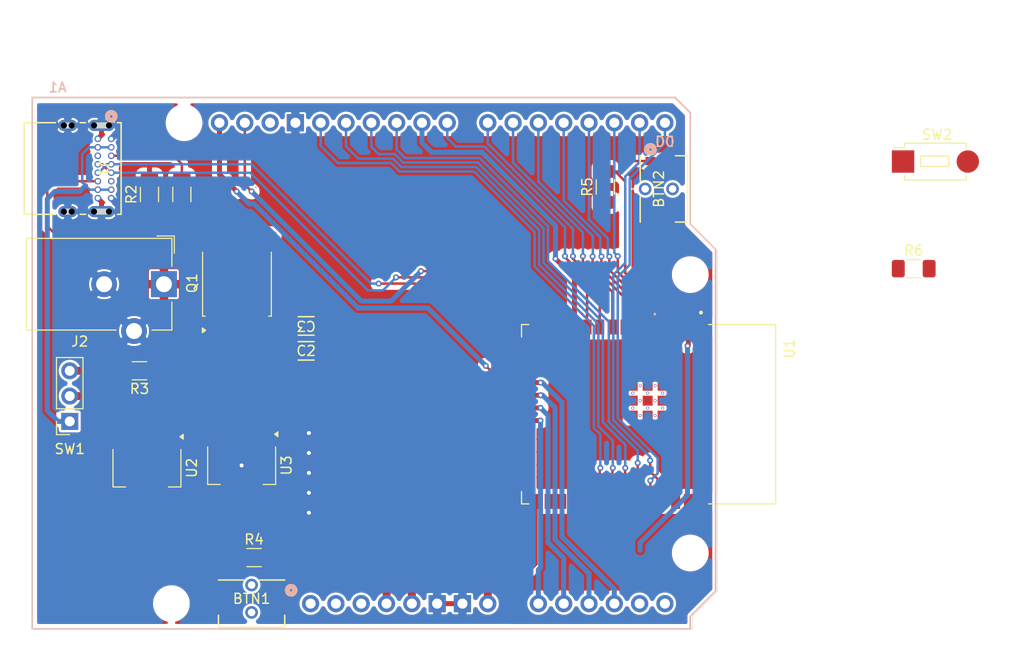
<source format=kicad_pcb>
(kicad_pcb (version 20240108) (generator "pcbnew") (generator_version "8.0")
  (layers (0 "F.Cu" signal) (31 "B.Cu" signal) (34 "B.Paste" user) (35 "F.Paste" user) (36 "B.SilkS" user "B.Silkscreen") (37 "F.SilkS" user "F.Silkscreen") (38 "B.Mask" user) (39 "F.Mask" user) (44 "Edge.Cuts" user))
  (net 0 "")
  (net 3 "+5V")
  (net 4 "+3V3")
  (net 6 "/GPIO7")
  (net 7 "/GPIO4")
  (net 8 "/USB_D+")
  (net 10 "/GPIO38")
  (net 11 "/GPIO3")
  (net 12 "/GPIO40")
  (net 13 "/GPIO39")
  (net 14 "/GPIO16")
  (net 15 "/GPIO21")
  (net 16 "/GPIO45")
  (net 17 "/A0")
  (net 18 "/GPIO17")
  (net 19 "/GPIO6")
  (net 21 "/GPIO14")
  (net 22 "/GPIO48")
  (net 23 "/A3")
  (net 24 "/GPIO42")
  (net 25 "/GPIO1")
  (net 26 "/GPIO0")
  (net 27 "/GPIO18")
  (net 28 "/GPIO15")
  (net 30 "/GPIO41")
  (net 31 "/GPIO5")
  (net 32 "/GPIO47")
  (net 33 "/A1")
  (net 34 "/GPIO2")
  (net 35 "/GPIO46")
  (net 36 "/~{RESET}")
  (net 37 "/A2")
  (net 38 "/USB_D-")
  (net 39 "GND")
  (net 40 "/VUSB")
  (net 42 "/CC1")
  (net 43 "/CC2")
  (net 45 "/G")
  (net 46 "VIN")
  (net 47 "VCC")
  (net 48 "/A4")
  (net 49 "/A5")
  (net 50 "/TX")
  (net 51 "/RX")
  (net 52 "/SDA")
  (net 53 "/SCL")
  (net 54 "VDC")
  (net 55 "/3V3")
  (footprint "Alexander Footprint Library:CAP_CL31_SAM" (layer "F.Cu") (at 137.472199 125)
    (property "Reference" "C2")
    (property "Value" "10uF")
  )
  (footprint "Package TO SOT SMD:TO-252-2" (layer "F.Cu") (at 130.53 118.21 90)
    (property "Reference" "Q1")
    (property "Value" "DMP6180SK3")
  )
  (footprint "Alexander Footprint Library:SW_PUSH_6x3.5mm" (layer "F.Cu") (at 197.38 106)
    (property "Reference" "SW2")
    (property "Value" "SW_Push_SMD_6x3.5")
  )
  (footprint "Resistor_SMD:R_1206_3216Metric_Pad1.30x1.75mm_HandSolder" (layer "F.Cu") (at 167.5 108.55 90)
    (property "Reference" "R5")
    (property "Value" "10k")
  )
  (footprint "Alexander Footprint Library:USB-C_GCT CONN16_USB4085-GF-A" (layer "F.Cu") (at 117.917566 103.724444 -90)
    (property "Reference" "J1")
    (property "Value" "USB-C_Receptacle_Data_16P_GCT-USB4085")
    (fp_line (start -1.349985 4.7587) (end -1.349985 3.9713) (stroke (width 0.6096)) (layer "Edge.Cuts"))
    (fp_line (start 7.299985 4.7587) (end 7.299985 3.9713) (stroke (width 0.6096)) (layer "Edge.Cuts"))
    (fp_line (start -1.35 1.729301) (end -1.35 0.230701) (stroke (width 0.6096)) (layer "Edge.Cuts"))
    (fp_line (start 7.299985 1.7293) (end 7.299985 0.2307) (stroke (width 0.6096)) (layer "Edge.Cuts"))
  )
  (footprint "Alexander Footprint Library:Arduino Uno" (layer "F.Cu") (at 109.982 152.908)
    (property "Reference" "A1")
    (property "Value" "Arduino_Uno_WiFi_R2_Shield")
    (fp_line (start 0 -53.25) (end 64.5 -53.25) (stroke (width 0.05)) (layer "Edge.Cuts"))
    (fp_line (start 0 0) (end 0 -53.25) (stroke (width 0.05)) (layer "Edge.Cuts"))
    (fp_line (start 64.5 -53.25) (end 66 -51.75) (stroke (width 0.05)) (layer "Edge.Cuts"))
    (fp_line (start 66 -51.75) (end 66 -40.75) (stroke (width 0.05)) (layer "Edge.Cuts"))
    (fp_line (start 66 -40.75) (end 68.75 -38) (stroke (width 0.05)) (layer "Edge.Cuts"))
    (fp_line (start 66.25 -1.25) (end 66.25 0) (stroke (width 0.05)) (layer "Edge.Cuts"))
    (fp_line (start 66.25 0) (end 0 0) (stroke (width 0.05)) (layer "Edge.Cuts"))
    (fp_line (start 68.75 -38) (end 68.75 -3.75) (stroke (width 0.05)) (layer "Edge.Cuts"))
    (fp_line (start 68.75 -3.75) (end 66.25 -1.25) (stroke (width 0.05)) (layer "Edge.Cuts"))
  )
  (footprint "Package TO SOT SMD:SOT-223" (layer "F.Cu") (at 131 136.5 -90)
    (property "Reference" "U3")
    (property "Value" "AMS1117-5V")
  )
  (footprint "Resistor_SMD:R_1206_3216Metric_Pad1.30x1.75mm_HandSolder" (layer "F.Cu") (at 198.45 116.75)
    (property "Reference" "R6")
    (property "Value" "2K2")
  )
  (footprint "Resistor_SMD:R_1206_3216Metric_Pad1.30x1.75mm_HandSolder" (layer "F.Cu") (at 125 109.3 -90)
    (property "Reference" "R1" (hide yes))
    (property "Value" "5K1")
  )
  (footprint "PinSocker 2.54mm:PinSocket_1x03_P2.54mm_Vertical" (layer "F.Cu") (at 113.75 132.08 180)
    (property "Reference" "SW1")
    (property "Value" "SW_SPDT")
  )
  (footprint "Package TO SOT SMD:SOT-223" (layer "F.Cu") (at 121.5 136.75 -90)
    (property "Reference" "U2")
    (property "Value" "LM1117MP-3.3")
  )
  (footprint "Resistor_SMD:R_1206_3216Metric_Pad1.30x1.75mm_HandSolder" (layer "F.Cu") (at 132.25 145.75)
    (property "Reference" "R4")
    (property "Value" "10k")
  )
  (footprint "Connector_BarrelJacks:BarrelJack_CUI_PJ-102AH_Horizontal" (layer "F.Cu") (at 123.2 118.31 -90)
    (property "Reference" "J2")
    (property "Value" "Barrel_Jack_Switch")
  )
  (footprint "Alexander Footprint Library:Button-Tacktile-TL1014BF160" (layer "F.Cu") (at 173.372899 108.75 90)
    (property "Reference" "BTN2")
    (property "Value" "SW_Push_SMD_6x3.5")
  )
  (footprint "Alexander Footprint Library:CAP_CL31_SAM" (layer "F.Cu") (at 137.472199 122.5 180)
    (property "Reference" "C3")
    (property "Value" "1uF")
  )
  (footprint "Resistor_SMD:R_1206_3216Metric_Pad1.30x1.75mm_HandSolder" (layer "F.Cu") (at 121.75 109.3 90)
    (property "Reference" "R2")
    (property "Value" "5K1")
  )
  (footprint "Alexander Footprint Library:Button-Tacktile-TL1014BF160" (layer "F.Cu") (at 132 150.372899)
    (property "Reference" "BTN1")
    (property "Value" "SW_Push_SMD_6x3.5")
  )
  (footprint "Resistor_SMD:R_1206_3216Metric_Pad1.30x1.75mm_HandSolder" (layer "F.Cu") (at 120.75 127 180)
    (property "Reference" "R3")
    (property "Value" "10k")
  )
  (footprint "Alexander Footprint Library:ESP32-S3-WROOM-2-N32R8V" (layer "F.Cu") (at 171.84 131.36 -90)
    (property "Reference" "U1")
    (property "Value" "ESP32-S3-WROOM-1")
  )
  (segment (start 131 131) (end 131.75 130.25) (width 0.8) (layer "F.Cu") (net 3))
  (segment (start 131.75 130.25) (end 143.75 130.25) (width 0.8) (layer "F.Cu") (net 3))
  (segment (start 131 133.35) (end 131 131) (width 0.8) (layer "F.Cu") (net 3))
  (segment (start 148.082 134.582) (end 148.082 150.368) (width 0.8) (layer "F.Cu") (net 3))
  (segment (start 143.75 130.25) (end 148.082 134.582) (width 0.8) (layer "F.Cu") (net 3))
  (segment (start 126.25 137.75) (end 126.25 142.25) (width 0.8) (layer "F.Cu") (net 4))
  (segment (start 130 143.5) (end 144.25 143.5) (width 0.8) (layer "F.Cu") (net 4))
  (segment (start 121.5 133.6) (end 121.5 135.5) (width 0.8) (layer "F.Cu") (net 4))
  (segment (start 130.7 145.75) (end 130.7 144.2) (width 0.25) (layer "F.Cu") (net 4))
  (segment (start 175.83 122.61) (end 175.83 124.42) (width 0.5) (layer "F.Cu") (net 4))
  (segment (start 127.5 143.5) (end 130 143.5) (width 0.8) (layer "F.Cu") (net 4))
  (segment (start 125 136.5) (end 126.25 137.75) (width 0.8) (layer "F.Cu") (net 4))
  (segment (start 126.25 142.25) (end 127.5 143.5) (width 0.8) (layer "F.Cu") (net 4))
  (segment (start 144.25 143.5) (end 145.542 144.792) (width 0.8) (layer "F.Cu") (net 4))
  (segment (start 175.83 124.42) (end 175.75 124.5) (width 0.5) (layer "F.Cu") (net 4))
  (segment (start 130.7 144.2) (end 130 143.5) (width 0.25) (layer "F.Cu") (net 4))
  (segment (start 121.5 135.5) (end 122.5 136.5) (width 0.8) (layer "F.Cu") (net 4))
  (segment (start 145.542 144.792) (end 145.542 150.368) (width 0.8) (layer "F.Cu") (net 4))
  (segment (start 122.5 136.5) (end 125 136.5) (width 0.8) (layer "F.Cu") (net 4))
  (via (at 175.75 124.5) (size 0.6) (drill 0.3) (layers "F.Cu" "B.Cu") (net 4))
  (segment (start 175.75 139.5) (end 171 144.25) (width 0.5) (layer "B.Cu") (net 4))
  (segment (start 175.75 124.5) (end 175.75 139.5) (width 0.5) (layer "B.Cu") (net 4))
  (segment (start 171 144.25) (end 171 145) (width 0.5) (layer "B.Cu") (net 4))
  (segment (start 166.224101 115.525899) (end 166.224101 116.462705) (width 0.25) (layer "F.Cu") (net 6))
  (segment (start 166.224101 116.462705) (end 169.48 119.718604) (width 0.25) (layer "F.Cu") (net 6))
  (segment (start 169.48 119.718604) (end 169.48 122.61) (width 0.25) (layer "F.Cu") (net 6))
  (via (at 166.224101 115.525899) (size 0.6) (drill 0.3) (layers "F.Cu" "B.Cu") (net 6))
  (segment (start 166.25 113.477208) (end 160.782 108.009208) (width 0.25) (layer "B.Cu") (net 6))
  (segment (start 166.224101 115.525899) (end 166.25 115.5) (width 0.25) (layer "B.Cu") (net 6))
  (segment (start 166.25 115.5) (end 166.25 113.477208) (width 0.25) (layer "B.Cu") (net 6))
  (segment (start 160.782 108.009208) (end 160.782 102.108) (width 0.25) (layer "B.Cu") (net 6))
  (segment (start 168.75 117.079416) (end 168.75 115.5) (width 0.25) (layer "F.Cu") (net 7))
  (segment (start 173.29 120.176396) (end 172.431802 119.318198) (width 0.25) (layer "F.Cu") (net 7))
  (segment (start 172.431802 119.318198) (end 170.988782 119.318198) (width 0.25) (layer "F.Cu") (net 7))
  (segment (start 170.988782 119.318198) (end 168.75 117.079416) (width 0.25) (layer "F.Cu") (net 7))
  (segment (start 173.29 122.61) (end 173.29 120.176396) (width 0.25) (layer "F.Cu") (net 7))
  (via (at 168.75 115.5) (size 0.6) (drill 0.3) (layers "F.Cu" "B.Cu") (net 7))
  (segment (start 168.402 102.108) (end 168.402 115.152) (width 0.25) (layer "B.Cu") (net 7))
  (segment (start 168.402 115.152) (end 168.75 115.5) (width 0.25) (layer "B.Cu") (net 7))
  (segment (start 144.75 118.25) (end 158 118.25) (width 0.25) (layer "F.Cu") (net 8))
  (segment (start 158 118.25) (end 160.59 120.84) (width 0.25) (layer "F.Cu") (net 8))
  (segment (start 160.59 120.84) (end 160.59 122.61) (width 0.25) (layer "F.Cu") (net 8))
  (via (at 144.75 118.25) (size 0.6) (drill 0.3) (layers "F.Cu" "B.Cu") (net 8))
  (segment (start 117.494159 106.274444) (end 116.644158 107.124445) (width 0.25) (layer "B.Cu") (net 8))
  (segment (start 144.75 118.25) (end 144 118.25) (width 0.25) (layer "B.Cu") (net 8))
  (segment (start 132.024444 106.274444) (end 117.917566 106.274444) (width 0.25) (layer "B.Cu") (net 8))
  (segment (start 116.644158 107.124445) (end 116.567566 107.124445) (width 0.25) (layer "B.Cu") (net 8))
  (segment (start 144 118.25) (end 132.024444 106.274444) (width 0.25) (layer "B.Cu") (net 8))
  (segment (start 117.917566 106.274444) (end 117.494159 106.274444) (width 0.25) (layer "B.Cu") (net 8))
  (segment (start 168.21 140.11) (end 168.21 136.79) (width 0.25) (layer "F.Cu") (net 12))
  (segment (start 168.21 136.79) (end 168.25 136.75) (width 0.25) (layer "F.Cu") (net 12))
  (via (at 168.25 136.75) (size 0.6) (drill 0.3) (layers "F.Cu" "B.Cu") (net 12))
  (segment (start 166.8 122.3) (end 160.85 116.35) (width 0.25) (layer "B.Cu") (net 12))
  (segment (start 168.25 136.75) (end 168.25 134) (width 0.25) (layer "B.Cu") (net 12))
  (segment (start 160.85 116.35) (end 160.85 112.885532) (width 0.25) (layer "B.Cu") (net 12))
  (segment (start 146.177208 105.7) (end 142.7 105.7) (width 0.25) (layer "B.Cu") (net 12))
  (segment (start 154.514468 106.55) (end 147.027208 106.55) (width 0.25) (layer "B.Cu") (net 12))
  (segment (start 141.478 104.478) (end 141.478 102.108) (width 0.25) (layer "B.Cu") (net 12))
  (segment (start 166.8 132.55) (end 166.8 122.3) (width 0.25) (layer "B.Cu") (net 12))
  (segment (start 147.027208 106.55) (end 146.177208 105.7) (width 0.25) (layer "B.Cu") (net 12))
  (segment (start 168.25 134) (end 166.8 132.55) (width 0.25) (layer "B.Cu") (net 12))
  (segment (start 160.85 112.885532) (end 154.514468 106.55) (width 0.25) (layer "B.Cu") (net 12))
  (segment (start 142.7 105.7) (end 141.478 104.478) (width 0.25) (layer "B.Cu") (net 12))
  (segment (start 166.94 140.11) (end 166.94 136.81) (width 0.25) (layer "F.Cu") (net 13))
  (segment (start 166.94 136.81) (end 167 136.75) (width 0.25) (layer "F.Cu") (net 13))
  (via (at 167 136.75) (size 0.6) (drill 0.3) (layers "F.Cu" "B.Cu") (net 13))
  (segment (start 166.35 132.736396) (end 166.35 122.486396) (width 0.25) (layer "B.Cu") (net 13))
  (segment (start 166.35 122.486396) (end 160.4 116.536396) (width 0.25) (layer "B.Cu") (net 13))
  (segment (start 140.65 106.15) (end 138.938 104.438) (width 0.25) (layer "B.Cu") (net 13))
  (segment (start 160.4 113.071928) (end 154.328072 107) (width 0.25) (layer "B.Cu") (net 13))
  (segment (start 138.938 104.438) (end 138.938 102.108) (width 0.25) (layer "B.Cu") (net 13))
  (segment (start 167 133.386396) (end 166.35 132.736396) (width 0.25) (layer "B.Cu") (net 13))
  (segment (start 145.990812 106.15) (end 140.65 106.15) (width 0.25) (layer "B.Cu") (net 13))
  (segment (start 146.840812 107) (end 145.990812 106.15) (width 0.25) (layer "B.Cu") (net 13))
  (segment (start 167 136.75) (end 167 133.386396) (width 0.25) (layer "B.Cu") (net 13))
  (segment (start 154.328072 107) (end 146.840812 107) (width 0.25) (layer "B.Cu") (net 13))
  (segment (start 160.4 116.536396) (end 160.4 113.071928) (width 0.25) (layer "B.Cu") (net 13))
  (segment (start 166.94 118.451396) (end 165.244302 116.755698) (width 0.25) (layer "F.Cu") (net 14))
  (segment (start 164.25 115.761396) (end 164.25 115.5) (width 0.25) (layer "F.Cu") (net 14))
  (segment (start 166.94 122.61) (end 166.94 118.451396) (width 0.25) (layer "F.Cu") (net 14))
  (segment (start 165.244302 116.755698) (end 164.25 115.761396) (width 0.25) (layer "F.Cu") (net 14))
  (via (at 164.25 115.5) (size 0.6) (drill 0.3) (layers "F.Cu" "B.Cu") (net 14))
  (segment (start 164.25 115.5) (end 164.25 112.75) (width 0.25) (layer "B.Cu") (net 14))
  (segment (start 164.25 112.75) (end 155.702 104.202) (width 0.25) (layer "B.Cu") (net 14))
  (segment (start 155.702 104.202) (end 155.702 102.108) (width 0.25) (layer "B.Cu") (net 14))
  (segment (start 160.995 131.995) (end 159.34 131.995) (width 0.5) (layer "F.Cu") (net 17))
  (via (at 160.995 131.995) (size 0.6) (drill 0.3) (layers "F.Cu" "B.Cu") (net 17))
  (segment (start 161 146.75) (end 160.782 146.968) (width 0.5) (layer "B.Cu") (net 17))
  (segment (start 161 132) (end 161 146.75) (width 0.5) (layer "B.Cu") (net 17))
  (segment (start 160.782 146.968) (end 160.782 150.368) (width 0.5) (layer "B.Cu") (net 17))
  (segment (start 160.995 131.995) (end 161 132) (width 0.5) (layer "B.Cu") (net 17))
  (segment (start 165.67 122.61) (end 165.67 117.817792) (width 0.25) (layer "F.Cu") (net 18))
  (segment (start 163.449997 115.597789) (end 163.449997 115.5) (width 0.25) (layer "F.Cu") (net 18))
  (segment (start 165.67 117.817792) (end 163.449997 115.597789) (width 0.25) (layer "F.Cu") (net 18))
  (via (at 163.449997 115.5) (size 0.6) (drill 0.3) (layers "F.Cu" "B.Cu") (net 18))
  (segment (start 163.449997 115.5) (end 163.449997 112.586393) (width 0.25) (layer "B.Cu") (net 18))
  (segment (start 155.363604 104.5) (end 152.5 104.5) (width 0.25) (layer "B.Cu") (net 18))
  (segment (start 163.449997 112.586393) (end 155.363604 104.5) (width 0.25) (layer "B.Cu") (net 18))
  (segment (start 152.5 104.5) (end 151.638 103.638) (width 0.25) (layer "B.Cu") (net 18))
  (segment (start 151.638 103.638) (end 151.638 102.108) (width 0.25) (layer "B.Cu") (net 18))
  (segment (start 167.106801 115.52604) (end 167.106801 116.709009) (width 0.25) (layer "F.Cu") (net 19))
  (segment (start 167.106801 116.709009) (end 170.75 120.352208) (width 0.25) (layer "F.Cu") (net 19))
  (segment (start 170.75 120.352208) (end 170.75 122.61) (width 0.25) (layer "F.Cu") (net 19))
  (via (at 167.106801 115.52604) (size 0.6) (drill 0.3) (layers "F.Cu" "B.Cu") (net 19))
  (segment (start 167 115.419239) (end 167 113.590812) (width 0.25) (layer "B.Cu") (net 19))
  (segment (start 163.322 109.912812) (end 163.322 102.108) (width 0.25) (layer "B.Cu") (net 19))
  (segment (start 167.106801 115.52604) (end 167 115.419239) (width 0.25) (layer "B.Cu") (net 19))
  (segment (start 167 113.590812) (end 163.322 109.912812) (width 0.25) (layer "B.Cu") (net 19))
  (segment (start 161 128.185) (end 159.34 128.185) (width 0.5) (layer "F.Cu") (net 23))
  (via (at 161 128.185) (size 0.6) (drill 0.3) (layers "F.Cu" "B.Cu") (net 23))
  (segment (start 163.15 143.65) (end 168.402 148.902) (width 0.5) (layer "B.Cu") (net 23))
  (segment (start 161 128.185) (end 161.17495 128.185) (width 0.5) (layer "B.Cu") (net 23))
  (segment (start 161.17495 128.185) (end 163.15 130.16005) (width 0.5) (layer "B.Cu") (net 23))
  (segment (start 168.402 148.902) (end 168.402 150.368) (width 0.5) (layer "B.Cu") (net 23))
  (segment (start 163.15 130.16005) (end 163.15 143.65) (width 0.5) (layer "B.Cu") (net 23))
  (segment (start 170.75 140.11) (end 170.75 136.25) (width 0.25) (layer "F.Cu") (net 24))
  (via (at 170.75 136.25) (size 0.6) (drill 0.3) (layers "F.Cu" "B.Cu") (net 24))
  (segment (start 167.85 132.122792) (end 167.85 122.077208) (width 0.25) (layer "B.Cu") (net 24))
  (segment (start 170.75 136.25) (end 170.75 135.022792) (width 0.25) (layer "B.Cu") (net 24))
  (segment (start 170.75 135.022792) (end 167.85 132.122792) (width 0.25) (layer "B.Cu") (net 24))
  (segment (start 161.75 115.977208) (end 161.75 112.51274) (width 0.25) (layer "B.Cu") (net 24))
  (segment (start 167.85 122.077208) (end 161.75 115.977208) (width 0.25) (layer "B.Cu") (net 24))
  (segment (start 146.558 104.808) (end 146.558 102.108) (width 0.25) (layer "B.Cu") (net 24))
  (segment (start 161.75 112.51274) (end 154.88726 105.65) (width 0.25) (layer "B.Cu") (net 24))
  (segment (start 154.88726 105.65) (end 147.4 105.65) (width 0.25) (layer "B.Cu") (net 24))
  (segment (start 147.4 105.65) (end 146.558 104.808) (width 0.25) (layer "B.Cu") (net 24))
  (segment (start 136.25 151.25) (end 136.75 151.75) (width 0.25) (layer "F.Cu") (net 26))
  (segment (start 136.75 151.75) (end 157.5 151.75) (width 0.25) (layer "F.Cu") (net 26))
  (segment (start 135.774998 149.024998) (end 136.25 149.5) (width 0.25) (layer "F.Cu") (net 26))
  (segment (start 134.799999 149.024998) (end 135.774998 149.024998) (width 0.25) (layer "F.Cu") (net 26))
  (segment (start 157.5 151.75) (end 158 151.25) (width 0.25) (layer "F.Cu") (net 26))
  (segment (start 136.25 149.5) (end 136.25 151.25) (width 0.25) (layer "F.Cu") (net 26))
  (segment (start 134.799999 149.024998) (end 134.799999 146.749999) (width 0.25) (layer "F.Cu") (net 26))
  (segment (start 158 149) (end 160.59 146.41) (width 0.25) (layer "F.Cu") (net 26))
  (segment (start 134.799999 146.749999) (end 133.8 145.75) (width 0.25) (layer "F.Cu") (net 26))
  (segment (start 160.59 146.41) (end 160.59 140.11) (width 0.25) (layer "F.Cu") (net 26))
  (segment (start 158 151.25) (end 158 149) (width 0.25) (layer "F.Cu") (net 26))
  (segment (start 164.4 122.61) (end 164.4 117.65) (width 0.5) (layer "F.Cu") (net 27))
  (segment (start 164.4 117.65) (end 162.5 115.75) (width 0.5) (layer "F.Cu") (net 27))
  (via (at 162.5 115.75) (size 0.6) (drill 0.3) (layers "F.Cu" "B.Cu") (net 27))
  (segment (start 162.5 112.449568) (end 162.5 115.75) (width 0.5) (layer "B.Cu") (net 27))
  (segment (start 155.125432 105.075) (end 162.5 112.449568) (width 0.5) (layer "B.Cu") (net 27))
  (segment (start 150.075 105.075) (end 155.125432 105.075) (width 0.5) (layer "B.Cu") (net 27))
  (segment (start 149.098 104.098) (end 150.075 105.075) (width 0.5) (layer "B.Cu") (net 27))
  (segment (start 149.098 102.108) (end 149.098 104.098) (width 0.5) (layer "B.Cu") (net 27))
  (segment (start 165.25 116.125) (end 165.25 115.5) (width 0.25) (layer "F.Cu") (net 28))
  (segment (start 168.21 119.085) (end 165.25 116.125) (width 0.25) (layer "F.Cu") (net 28))
  (segment (start 168.21 122.61) (end 168.21 119.085) (width 0.25) (layer "F.Cu") (net 28))
  (via (at 165.25 115.5) (size 0.6) (drill 0.3) (layers "F.Cu" "B.Cu") (net 28))
  (segment (start 165.25 115.5) (end 165.25 113.113604) (width 0.25) (layer "B.Cu") (net 28))
  (segment (start 165.25 113.113604) (end 158.242 106.105604) (width 0.25) (layer "B.Cu") (net 28))
  (segment (start 158.242 106.105604) (end 158.242 102.108) (width 0.25) (layer "B.Cu") (net 28))
  (segment (start 169.48 136.77) (end 169.5 136.75) (width 0.25) (layer "F.Cu") (net 30))
  (segment (start 169.48 140.11) (end 169.48 136.77) (width 0.25) (layer "F.Cu") (net 30))
  (via (at 169.5 136.75) (size 0.6) (drill 0.3) (layers "F.Cu" "B.Cu") (net 30))
  (segment (start 146.363604 105.25) (end 144.75 105.25) (width 0.25) (layer "B.Cu") (net 30))
  (segment (start 147.213604 106.1) (end 146.363604 105.25) (width 0.25) (layer "B.Cu") (net 30))
  (segment (start 144.75 105.25) (end 144.018 104.518) (width 0.25) (layer "B.Cu") (net 30))
  (segment (start 169.5 134.409188) (end 167.25 132.159188) (width 0.25) (layer "B.Cu") (net 30))
  (segment (start 161.3 116.163604) (end 161.3 112.699136) (width 0.25) (layer "B.Cu") (net 30))
  (segment (start 161.3 112.699136) (end 154.700864 106.1) (width 0.25) (layer "B.Cu") (net 30))
  (segment (start 169.5 136.75) (end 169.5 134.409188) (width 0.25) (layer "B.Cu") (net 30))
  (segment (start 144.018 104.518) (end 144.018 102.108) (width 0.25) (layer "B.Cu") (net 30))
  (segment (start 167.25 132.159188) (end 167.25 122.113604) (width 0.25) (layer "B.Cu") (net 30))
  (segment (start 167.25 122.113604) (end 161.3 116.163604) (width 0.25) (layer "B.Cu") (net 30))
  (segment (start 154.700864 106.1) (end 147.213604 106.1) (width 0.25) (layer "B.Cu") (net 30))
  (segment (start 170.802386 119.768198) (end 171.518198 119.768198) (width 0.25) (layer "F.Cu") (net 31))
  (segment (start 167.906771 116.872583) (end 170.802386 119.768198) (width 0.25) (layer "F.Cu") (net 31))
  (segment (start 172.02 120.27) (end 172.02 122.61) (width 0.25) (layer "F.Cu") (net 31))
  (segment (start 171.518198 119.768198) (end 172.02 120.27) (width 0.25) (layer "F.Cu") (net 31))
  (segment (start 167.906771 115.53328) (end 167.906771 116.872583) (width 0.25) (layer "F.Cu") (net 31))
  (via (at 167.906771 115.53328) (size 0.6) (drill 0.3) (layers "F.Cu" "B.Cu") (net 31))
  (segment (start 167.75 115.376509) (end 167.75 113.704416) (width 0.25) (layer "B.Cu") (net 31))
  (segment (start 165.862 111.816416) (end 165.862 102.108) (width 0.25) (layer "B.Cu") (net 31))
  (segment (start 167.906771 115.53328) (end 167.75 115.376509) (width 0.25) (layer "B.Cu") (net 31))
  (segment (start 167.75 113.704416) (end 165.862 111.816416) (width 0.25) (layer "B.Cu") (net 31))
  (segment (start 161 130.725) (end 159.34 130.725) (width 0.5) (layer "F.Cu") (net 33))
  (via (at 161 130.725) (size 0.6) (drill 0.3) (layers "F.Cu" "B.Cu") (net 33))
  (segment (start 163.322 145.8019) (end 163.322 150.368) (width 0.5) (layer "B.Cu") (net 33))
  (segment (start 161 130.725) (end 161.75 131.475) (width 0.5) (layer "B.Cu") (net 33))
  (segment (start 161.75 131.475) (end 161.75 144.2299) (width 0.5) (layer "B.Cu") (net 33))
  (segment (start 161.75 144.2299) (end 163.322 145.8019) (width 0.5) (layer "B.Cu") (net 33))
  (segment (start 167.5 107) (end 168.5 107) (width 0.25) (layer "F.Cu") (net 36))
  (segment (start 169 107) (end 170.049999 105.950001) (width 0.25) (layer "F.Cu") (net 36))
  (segment (start 174.56 122.61) (end 174.56 120.81) (width 0.25) (layer "F.Cu") (net 36))
  (segment (start 172.618198 118.868198) (end 171.175178 118.868198) (width 0.25) (layer "F.Cu") (net 36))
  (segment (start 168.5 107) (end 169 107) (width 0.25) (layer "F.Cu") (net 36))
  (segment (start 174.56 120.81) (end 172.618198 118.868198) (width 0.25) (layer "F.Cu") (net 36))
  (segment (start 169.5 117.19302) (end 169.5 108) (width 0.25) (layer "F.Cu") (net 36))
  (segment (start 169.5 108) (end 168.5 107) (width 0.25) (layer "F.Cu") (net 36))
  (segment (start 170.049999 105.950001) (end 172.024998 105.950001) (width 0.25) (layer "F.Cu") (net 36))
  (segment (start 171.175178 118.868198) (end 169.5 117.19302) (width 0.25) (layer "F.Cu") (net 36))
  (segment (start 161 129.455) (end 159.34 129.455) (width 0.5) (layer "F.Cu") (net 37))
  (via (at 161 129.455) (size 0.6) (drill 0.3) (layers "F.Cu" "B.Cu") (net 37))
  (segment (start 165.862 147.35195) (end 165.862 150.368) (width 0.5) (layer "B.Cu") (net 37))
  (segment (start 162.45 130.7) (end 162.45 143.93995) (width 0.5) (layer "B.Cu") (net 37))
  (segment (start 161.205 129.455) (end 162.45 130.7) (width 0.5) (layer "B.Cu") (net 37))
  (segment (start 161 129.455) (end 161.205 129.455) (width 0.5) (layer "B.Cu") (net 37))
  (segment (start 162.45 143.93995) (end 165.862 147.35195) (width 0.5) (layer "B.Cu") (net 37))
  (segment (start 117.840974 107.124445) (end 117.917566 107.124445) (width 0.25) (layer "F.Cu") (net 38))
  (segment (start 116.567566 106.274444) (end 116.990973 106.274444) (width 0.25) (layer "F.Cu") (net 38))
  (segment (start 158.258884 117.625) (end 161.86 121.226116) (width 0.25) (layer "F.Cu") (net 38))
  (segment (start 161.86 121.226116) (end 161.86 122.61) (width 0.25) (layer "F.Cu") (net 38))
  (segment (start 116.990973 106.274444) (end 117.840974 107.124445) (width 0.25) (layer "F.Cu") (net 38))
  (segment (start 146.5 117.625) (end 158.258884 117.625) (width 0.25) (layer "F.Cu") (net 38))
  (via (at 146.5 117.625) (size 0.6) (drill 0.3) (layers "F.Cu" "B.Cu") (net 38))
  (segment (start 145.191942 118.933058) (end 143.683058 118.933058) (width 0.25) (layer "B.Cu") (net 38))
  (segment (start 146.5 117.625) (end 145.191942 118.933058) (width 0.25) (layer "B.Cu") (net 38))
  (segment (start 131.874445 107.124445) (end 117.917566 107.124445) (width 0.25) (layer "B.Cu") (net 38))
  (segment (start 143.683058 118.933058) (end 131.874445 107.124445) (width 0.25) (layer "B.Cu") (net 38))
  (via (at 131 136.5) (size 0.8) (drill 0.4) (layers "F.Cu" "B.Cu") (net 39))
  (via (at 137.75 139.25) (size 0.8) (drill 0.4) (layers "F.Cu" "B.Cu") (net 39))
  (via (at 137.75 141.25) (size 0.8) (drill 0.4) (layers "F.Cu" "B.Cu") (net 39))
  (via (at 137.75 133.25) (size 0.8) (drill 0.4) (layers "F.Cu" "B.Cu") (net 39))
  (via (at 137.75 135.25) (size 0.8) (drill 0.4) (layers "F.Cu" "B.Cu") (net 39))
  (via (at 137.75 137.25) (size 0.8) (drill 0.4) (layers "F.Cu" "B.Cu") (net 39))
  (segment (start 111.5 131) (end 112.58 132.08) (width 0.5) (layer "B.Cu") (net 40))
  (segment (start 116.567566 108.824444) (end 115.75 108.824444) (width 0.25) (layer "B.Cu") (net 40))
  (segment (start 111.5 109.75) (end 111.5 131) (width 0.5) (layer "B.Cu") (net 40))
  (segment (start 112.58 132.08) (end 113.75 132.08) (width 0.5) (layer "B.Cu") (net 40))
  (segment (start 112.25 109) (end 111.5 109.75) (width 0.5) (layer "B.Cu") (net 40))
  (segment (start 114.75 109) (end 112.25 109) (width 0.5) (layer "B.Cu") (net 40))
  (segment (start 115 105.25) (end 115 108.074444) (width 0.25) (layer "B.Cu") (net 40))
  (segment (start 115.337778 108.412222) (end 114.75 109) (width 0.5) (layer "B.Cu") (net 40))
  (segment (start 115 108.074444) (end 115.337778 108.412222) (width 0.25) (layer "B.Cu") (net 40))
  (segment (start 117.917566 108.824444) (end 116.567566 108.824444) (width 0.25) (layer "B.Cu") (net 40))
  (segment (start 115.675555 104.574445) (end 115 105.25) (width 0.25) (layer "B.Cu") (net 40))
  (segment (start 116.567566 104.574445) (end 115.675555 104.574445) (width 0.25) (layer "B.Cu") (net 40))
  (segment (start 115.337778 108.412222) (end 115.75 108.824444) (width 0.25) (layer "B.Cu") (net 40))
  (segment (start 117.917566 104.574445) (end 116.567566 104.574445) (width 0.25) (layer "B.Cu") (net 40))
  (segment (start 124.174443 105.424443) (end 117.917566 105.424443) (width 0.25) (layer "F.Cu") (net 42))
  (segment (start 125 107.75) (end 125 106.25) (width 0.25) (layer "F.Cu") (net 42))
  (segment (start 125 106.25) (end 124.174443 105.424443) (width 0.25) (layer "F.Cu") (net 42))
  (segment (start 121.75 110.85) (end 121.75 112.25) (width 0.25) (layer "F.Cu") (net 43))
  (segment (start 120.75 113.25) (end 112.25 113.25) (width 0.25) (layer "F.Cu") (net 43))
  (segment (start 111.5 108.75) (end 112.275554 107.974446) (width 0.25) (layer "F.Cu") (net 43))
  (segment (start 121.75 112.25) (end 120.75 113.25) (width 0.25) (layer "F.Cu") (net 43))
  (segment (start 111.5 112.5) (end 111.5 108.75) (width 0.25) (layer "F.Cu") (net 43))
  (segment (start 112.25 113.25) (end 111.5 112.5) (width 0.25) (layer "F.Cu") (net 43))
  (segment (start 112.275554 107.974446) (end 116.567566 107.974446) (width 0.25) (layer "F.Cu") (net 43))
  (segment (start 126.375 123.25) (end 124.875 124.75) (width 0.25) (layer "F.Cu") (net 45))
  (segment (start 124.875 124.75) (end 123 124.75) (width 0.25) (layer "F.Cu") (net 45))
  (segment (start 123 124.75) (end 122.3 125.45) (width 0.25) (layer "F.Cu") (net 45))
  (segment (start 128.25 123.25) (end 126.375 123.25) (width 0.25) (layer "F.Cu") (net 45))
  (segment (start 122.3 125.45) (end 122.3 127) (width 0.25) (layer "F.Cu") (net 45))
  (segment (start 149.082001 134.167787) (end 143.914214 129) (width 0.8) (layer "F.Cu") (net 46))
  (segment (start 137.5 118.75) (end 135.7 116.95) (width 0.8) (layer "F.Cu") (net 46))
  (segment (start 155.702 150.368) (end 155.702 147.702) (width 0.8) (layer "F.Cu") (net 46))
  (segment (start 149.082001 141.082001) (end 149.082001 134.167787) (width 0.8) (layer "F.Cu") (net 46))
  (segment (start 155.702 147.702) (end 149.082001 141.082001) (width 0.8) (layer "F.Cu") (net 46))
  (segment (start 137.5 126.75) (end 137.5 118.75) (width 0.8) (layer "F.Cu") (net 46))
  (segment (start 139.75 129) (end 137.5 126.75) (width 0.8) (layer "F.Cu") (net 46))
  (segment (start 135.7 116.95) (end 130.53 116.95) (width 0.8) (layer "F.Cu") (net 46))
  (segment (start 143.914214 129) (end 139.75 129) (width 0.8) (layer "F.Cu") (net 46))
  (segment (start 115.14 129.54) (end 113.75 129.54) (width 0.8) (layer "F.Cu") (net 47))
  (segment (start 119.2 133.6) (end 115.14 129.54) (width 0.8) (layer "F.Cu") (net 47))
  (segment (start 173.29 138.406116) (end 173.29 140.11) (width 0.25) (layer "F.Cu") (net 50))
  (segment (start 172 137.116116) (end 173.29 138.406116) (width 0.25) (layer "F.Cu") (net 50))
  (segment (start 172 136) (end 172 137.116116) (width 0.25) (layer "F.Cu") (net 50))
  (via (at 172 136) (size 0.6) (drill 0.3) (layers "F.Cu" "B.Cu") (net 50))
  (segment (start 172 135.636396) (end 168.3 131.936396) (width 0.25) (layer "B.Cu") (net 50))
  (segment (start 172 136) (end 172 135.636396) (width 0.25) (layer "B.Cu") (net 50))
  (segment (start 170.942 106.058) (end 170.942 102.108) (width 0.25) (layer "B.Cu") (net 50))
  (segment (start 169.5 116.181802) (end 169.5 107.5) (width 0.25) (layer "B.Cu") (net 50))
  (segment (start 168.3 131.936396) (end 168.3 117.381802) (width 0.25) (layer "B.Cu") (net 50))
  (segment (start 168.3 117.381802) (end 169.5 116.181802) (width 0.25) (layer "B.Cu") (net 50))
  (segment (start 169.5 107.5) (end 170.942 106.058) (width 0.25) (layer "B.Cu") (net 50))
  (segment (start 172.02 138.02) (end 172.02 140.11) (width 0.25) (layer "F.Cu") (net 51))
  (via (at 172.02 138.02) (size 0.6) (drill 0.3) (layers "F.Cu" "B.Cu") (net 51))
  (segment (start 173.482 104.154396) (end 173.482 102.108) (width 0.25) (layer "B.Cu") (net 51))
  (segment (start 172.75 135.75) (end 168.75 131.75) (width 0.25) (layer "B.Cu") (net 51))
  (segment (start 172.75 137.29) (end 172.75 135.75) (width 0.25) (layer "B.Cu") (net 51))
  (segment (start 169.95 116.368198) (end 169.95 107.686396) (width 0.25) (layer "B.Cu") (net 51))
  (segment (start 172.02 138.02) (end 172.75 137.29) (width 0.25) (layer "B.Cu") (net 51))
  (segment (start 168.75 117.568198) (end 169.95 116.368198) (width 0.25) (layer "B.Cu") (net 51))
  (segment (start 169.95 107.686396) (end 173.482 104.154396) (width 0.25) (layer "B.Cu") (net 51))
  (segment (start 168.75 131.75) (end 168.75 117.568198) (width 0.25) (layer "B.Cu") (net 51))
  (segment (start 132 109) (end 131.318 108.318) (width 0.25) (layer "F.Cu") (net 52))
  (segment (start 158.27028 117) (end 163.13 121.85972) (width 0.25) (layer "F.Cu") (net 52))
  (segment (start 149 117) (end 158.27028 117) (width 0.25) (layer "F.Cu") (net 52))
  (segment (start 131.318 108.318) (end 131.318 102.108) (width 0.25) (layer "F.Cu") (net 52))
  (segment (start 163.13 121.85972) (end 163.13 122.61) (width 0.25) (layer "F.Cu") (net 52))
  (via (at 149 117) (size 0.6) (drill 0.3) (layers "F.Cu" "B.Cu") (net 52))
  (via (at 132 109) (size 0.6) (drill 0.3) (layers "F.Cu" "B.Cu") (net 52))
  (segment (start 146 120) (end 143 120) (width 0.5) (layer "B.Cu") (net 52))
  (segment (start 143 120) (end 132 109) (width 0.5) (layer "B.Cu") (net 52))
  (segment (start 149 117) (end 146 120) (width 0.5) (layer "B.Cu") (net 52))
  (segment (start 128.778 107.278) (end 128.778 102.108) (width 0.5) (layer "F.Cu") (net 53))
  (segment (start 155.5 126.5) (end 155.915 126.915) (width 0.25) (layer "F.Cu") (net 53))
  (segment (start 155.915 126.915) (end 159.34 126.915) (width 0.25) (layer "F.Cu") (net 53))
  (segment (start 130.5 109) (end 128.778 107.278) (width 0.5) (layer "F.Cu") (net 53))
  (via (at 130.5 109) (size 0.6) (drill 0.3) (layers "F.Cu" "B.Cu") (net 53))
  (via (at 155.5 126.5) (size 0.6) (drill 0.3) (layers "F.Cu" "B.Cu") (net 53))
  (segment (start 131.75 110.25) (end 132.25 110.25) (width 0.5) (layer "B.Cu") (net 53))
  (segment (start 142.7 120.7) (end 149.7 120.7) (width 0.5) (layer "B.Cu") (net 53))
  (segment (start 149.7 120.7) (end 155.5 126.5) (width 0.5) (layer "B.Cu") (net 53))
  (segment (start 132.25 110.25) (end 142.7 120.7) (width 0.5) (layer "B.Cu") (net 53))
  (segment (start 130.5 109) (end 131.75 110.25) (width 0.5) (layer "B.Cu") (net 53))
  (segment (start 135.944398 125) (end 132.81 125) (width 0.5) (layer "F.Cu") (net 54))
  (segment (start 113.75 127) (end 115.25 127) (width 0.8) (layer "F.Cu") (net 54))
  (segment (start 118.47 130.22) (end 128.7 130.22) (width 0.8) (layer "F.Cu") (net 54))
  (segment (start 132.81 125) (end 132.81 123.25) (width 0.8) (layer "F.Cu") (net 54))
  (segment (start 132.81 126.11) (end 132.81 125) (width 0.8) (layer "F.Cu") (net 54))
  (segment (start 128.7 133.35) (end 128.7 130.22) (width 0.8) (layer "F.Cu") (net 54))
  (segment (start 128.7 130.22) (end 132.81 126.11) (width 0.8) (layer "F.Cu") (net 54))
  (segment (start 135.944398 125) (end 135.944398 122.5) (width 0.5) (layer "F.Cu") (net 54))
  (segment (start 115.25 127) (end 118.47 130.22) (width 0.8) (layer "F.Cu") (net 54))
  (zone (net 46) (net_name "VIN") (layer "F.Cu") (priority 1) (connect_pads (clearance 0.25)) (min_thickness 0.5) (fill yes (thermal_gap 0.2) (thermal_bridge_width 0.85) (island_removal_mode 1) (island_area_min 10))
    (polygon (pts (xy 120.75 113) (xy 134.5 113) (xy 134.5 121) (xy 120.75 121)))
  )
  (zone (net 39) (net_name "GND") (layer "F.Cu") (connect_pads (clearance 0.5)) (min_thickness 0.25) (fill yes (thermal_gap 0.5) (thermal_bridge_width 0.5) (island_removal_mode 2) (island_area_min 5))
    (polygon (pts (xy 107.442 98.044) (xy 176.784 98.044) (xy 176.784 111.76) (xy 179.832 114.808) (xy 179.832 154.432) (xy 107.442 154.432)))
  )
  (zone (net 39) (net_name "GND") (layer "B.Cu") (priority 2) (connect_pads (clearance 0.25)) (min_thickness 0.5) (fill yes (thermal_gap 0.2) (thermal_bridge_width 0.85) (island_removal_mode 1) (island_area_min 10))
    (polygon (pts (xy 107 154.75) (xy 180.25 154.75) (xy 180.5 97.25) (xy 106.75 97.5)))
  )
)
</source>
